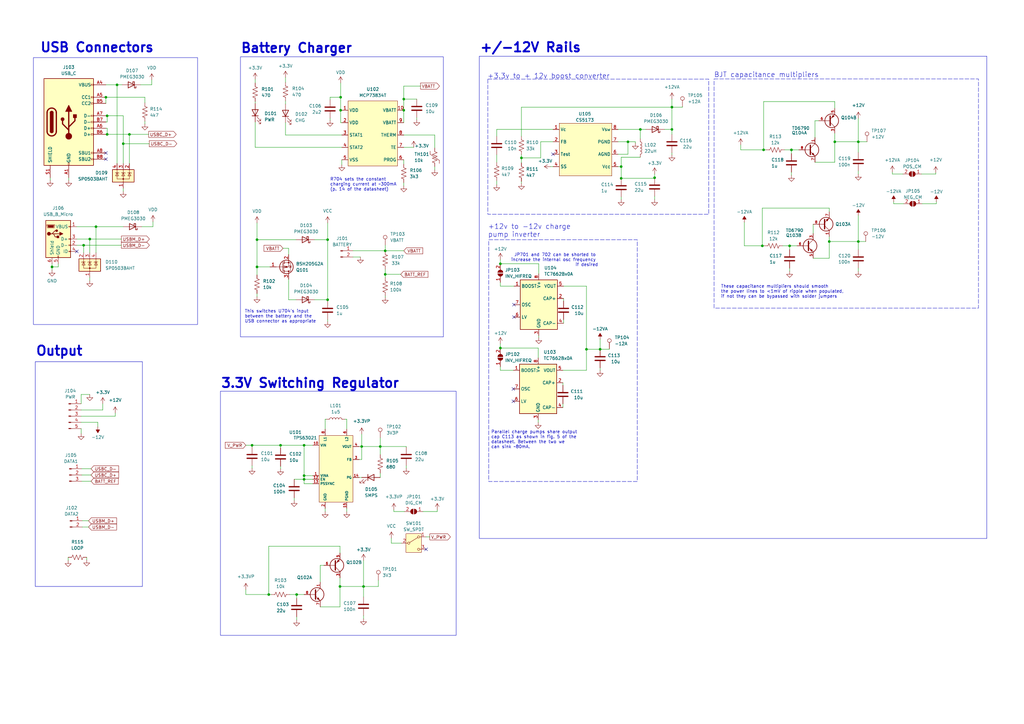
<source format=kicad_sch>
(kicad_sch (version 20231120) (generator "eeschema") (generator_version "8.0")
  (paper "A3")
  (junction (at 121.666 243.84))
  (junction (at 342.392 58.166))
  (junction (at 50.546 58.928))
  (junction (at 34.29 100.584))
  (junction (at 43.942 55.118))
  (junction (at 313.182 61.468))
  (junction (at 103.378 182.626))
  (junction (at 165.608 40.64))
  (junction (at 323.85 100.838))
  (junction (at 157.988 112.522))
  (junction (at 240.538 143.256))
  (junction (at 324.612 61.468))
  (junction (at 43.434 39.878))
  (junction (at 213.868 64.77))
  (junction (at 48.006 34.798))
  (junction (at 254.762 68.326))
  (junction (at 39.37 92.964))
  (junction (at 149.098 240.538))
  (junction (at 53.086 55.118))
  (junction (at 124.714 195.072))
  (junction (at 205.232 108.204))
  (junction (at 155.956 183.134))
  (junction (at 115.062 182.626))
  (junction (at 246.126 143.256))
  (junction (at 124.714 182.626))
  (junction (at 268.478 72.898))
  (junction (at 148.336 183.134))
  (junction (at 124.714 196.596))
  (junction (at 312.674 100.838))
  (junction (at 134.366 98.298))
  (junction (at 340.106 99.06))
  (junction (at 105.41 109.474))
  (junction (at 205.232 142.748))
  (junction (at 21.336 109.474))
  (junction (at 275.59 53.086))
  (junction (at 257.556 58.166))
  (junction (at 134.366 122.936))
  (junction (at 110.236 243.84))
  (junction (at 262.636 53.086))
  (junction (at 139.446 240.538))
  (junction (at 165.608 45.212))
  (junction (at 275.59 43.942))
  (junction (at 157.988 102.87))
  (junction (at 36.83 98.044))
  (junction (at 139.7 45.212))
  (junction (at 254.762 73.152))
  (junction (at 139.7 39.878))
  (junction (at 352.044 58.166))
  (junction (at 105.41 98.298))
  (junction (at 43.942 47.498))
  (junction (at 352.044 99.06))
  (no_connect (at 210.82 130.048))
  (no_connect (at 43.434 62.738))
  (no_connect (at 43.434 65.278))
  (no_connect (at 210.82 124.968))
  (no_connect (at 174.752 225.298))
  (no_connect (at 31.496 103.124))
  (no_connect (at 226.822 63.246))
  (no_connect (at 210.566 159.512))
  (no_connect (at 210.566 164.592))
  (wire (pts (xy 313.182 41.656) (xy 313.182 61.468)))
  (wire (pts (xy 48.006 34.798) (xy 48.006 67.056)))
  (wire (pts (xy 305.308 100.838) (xy 312.674 100.838)))
  (wire (pts (xy 21.336 109.474) (xy 21.336 110.744)))
  (wire (pts (xy 383.794 71.374) (xy 377.952 71.374)))
  (wire (pts (xy 131.318 231.902) (xy 131.318 238.76)))
  (wire (pts (xy 135.382 48.514) (xy 135.382 49.276)))
  (wire (pts (xy 133.35 171.958) (xy 133.858 171.958)))
  (wire (pts (xy 340.106 99.06) (xy 352.044 99.06)))
  (wire (pts (xy 254.762 73.152) (xy 254.762 68.326)))
  (wire (pts (xy 275.59 43.942) (xy 275.59 53.086)))
  (wire (pts (xy 321.056 100.838) (xy 323.85 100.838)))
  (wire (pts (xy 213.868 43.942) (xy 275.59 43.942)))
  (wire (pts (xy 142.24 208.534) (xy 142.24 209.804)))
  (wire (pts (xy 36.83 113.792) (xy 36.83 115.062)))
  (wire (pts (xy 253.492 53.086) (xy 262.636 53.086)))
  (wire (pts (xy 268.478 71.374) (xy 268.478 72.898)))
  (wire (pts (xy 335.788 49.53) (xy 334.264 49.53)))
  (wire (pts (xy 203.708 63.5) (xy 203.708 66.548)))
  (wire (pts (xy 43.942 47.498) (xy 43.434 47.498)))
  (wire (pts (xy 262.636 53.086) (xy 264.922 53.086)))
  (wire (pts (xy 155.956 194.056) (xy 155.956 195.834)))
  (wire (pts (xy 139.446 224.028) (xy 110.236 224.028)))
  (wire (pts (xy 135.382 40.894) (xy 135.382 39.878)))
  (wire (pts (xy 174.752 220.218) (xy 176.276 220.218)))
  (wire (pts (xy 157.988 102.87) (xy 165.608 102.87)))
  (wire (pts (xy 262.636 64.516) (xy 254.762 64.516)))
  (wire (pts (xy 139.446 248.92) (xy 139.446 240.538)))
  (wire (pts (xy 240.538 151.892) (xy 240.538 143.256)))
  (wire (pts (xy 33.528 194.818) (xy 37.338 194.818)))
  (wire (pts (xy 34.29 100.584) (xy 49.784 100.584)))
  (wire (pts (xy 43.434 39.878) (xy 43.434 42.418)))
  (wire (pts (xy 165.608 40.64) (xy 170.942 40.64)))
  (wire (pts (xy 342.392 66.548) (xy 342.392 58.166)))
  (wire (pts (xy 253.492 68.326) (xy 254.762 68.326)))
  (wire (pts (xy 53.086 67.056) (xy 53.086 55.118)))
  (wire (pts (xy 366.522 83.566) (xy 370.586 83.566)))
  (wire (pts (xy 35.56 228.6) (xy 35.56 229.616)))
  (wire (pts (xy 120.65 204.216) (xy 120.65 205.232)))
  (wire (pts (xy 117.094 31.75) (xy 117.094 33.782)))
  (wire (pts (xy 303.784 59.436) (xy 303.784 61.468)))
  (wire (pts (xy 118.364 114.554) (xy 118.364 122.936)))
  (wire (pts (xy 104.648 50.038) (xy 104.648 60.452)))
  (wire (pts (xy 205.232 150.368) (xy 205.232 151.892)))
  (wire (pts (xy 43.942 55.118) (xy 43.434 55.118)))
  (wire (pts (xy 157.988 121.412) (xy 157.988 121.92)))
  (wire (pts (xy 148.336 178.054) (xy 148.336 183.134)))
  (wire (pts (xy 134.366 131.064) (xy 134.366 131.826)))
  (wire (pts (xy 178.308 68.326) (xy 178.308 69.596)))
  (wire (pts (xy 141.478 171.958) (xy 142.24 171.958)))
  (wire (pts (xy 324.612 70.612) (xy 324.612 71.882)))
  (wire (pts (xy 342.392 41.656) (xy 313.182 41.656)))
  (wire (pts (xy 230.886 156.972) (xy 230.886 157.988)))
  (wire (pts (xy 279.908 43.942) (xy 275.59 43.942)))
  (wire (pts (xy 161.544 209.804) (xy 165.862 209.804)))
  (wire (pts (xy 36.83 98.044) (xy 49.784 98.044)))
  (wire (pts (xy 144.78 105.41) (xy 147.828 105.41)))
  (wire (pts (xy 28.194 72.898) (xy 28.194 73.914)))
  (wire (pts (xy 139.446 240.538) (xy 139.446 236.982)))
  (wire (pts (xy 220.726 172.212) (xy 220.726 173.228)))
  (wire (pts (xy 155.956 183.134) (xy 148.336 183.134)))
  (wire (pts (xy 100.838 243.84) (xy 110.236 243.84)))
  (wire (pts (xy 383.794 70.866) (xy 383.794 71.374)))
  (wire (pts (xy 231.14 122.428) (xy 231.14 123.444)))
  (wire (pts (xy 160.528 222.758) (xy 160.528 220.726)))
  (wire (pts (xy 226.822 58.166) (xy 221.742 58.166)))
  (wire (pts (xy 50.546 58.928) (xy 50.546 47.498)))
  (wire (pts (xy 165.608 74.93) (xy 165.608 76.2)))
  (wire (pts (xy 275.59 40.64) (xy 275.59 43.942)))
  (wire (pts (xy 305.308 91.186) (xy 305.308 100.838)))
  (wire (pts (xy 155.194 237.998) (xy 155.194 240.538)))
  (wire (pts (xy 170.942 48.26) (xy 170.942 49.022)))
  (wire (pts (xy 118.364 101.854) (xy 118.364 104.394)))
  (wire (pts (xy 312.674 100.838) (xy 313.436 100.838)))
  (wire (pts (xy 105.41 98.298) (xy 121.412 98.298)))
  (wire (pts (xy 313.182 61.468) (xy 314.198 61.468)))
  (wire (pts (xy 59.436 42.164) (xy 59.436 39.878)))
  (wire (pts (xy 53.086 55.118) (xy 43.942 55.118)))
  (wire (pts (xy 31.496 100.584) (xy 34.29 100.584)))
  (wire (pts (xy 43.434 34.798) (xy 48.006 34.798)))
  (wire (pts (xy 31.496 98.044) (xy 36.83 98.044)))
  (wire (pts (xy 131.318 248.92) (xy 139.446 248.92)))
  (wire (pts (xy 33.274 165.608) (xy 33.274 161.798)))
  (wire (pts (xy 230.886 151.892) (xy 240.538 151.892)))
  (wire (pts (xy 279.908 43.688) (xy 279.908 43.942)))
  (wire (pts (xy 139.446 240.538) (xy 149.098 240.538)))
  (wire (pts (xy 257.556 58.166) (xy 257.556 63.246)))
  (wire (pts (xy 43.942 47.498) (xy 43.942 50.038)))
  (wire (pts (xy 42.164 168.148) (xy 42.164 165.608)))
  (wire (pts (xy 205.232 117.348) (xy 210.82 117.348)))
  (wire (pts (xy 59.436 49.784) (xy 59.436 50.8)))
  (wire (pts (xy 134.366 122.936) (xy 129.032 122.936)))
  (wire (pts (xy 116.078 101.854) (xy 118.364 101.854)))
  (wire (pts (xy 105.41 91.44) (xy 105.41 98.298)))
  (wire (pts (xy 340.106 105.918) (xy 340.106 99.06)))
  (wire (pts (xy 231.14 131.064) (xy 231.14 132.588)))
  (wire (pts (xy 220.726 142.748) (xy 220.726 146.812)))
  (wire (pts (xy 105.41 120.396) (xy 105.41 121.666)))
  (wire (pts (xy 352.044 99.06) (xy 355.092 99.06)))
  (wire (pts (xy 253.492 58.166) (xy 257.556 58.166)))
  (wire (pts (xy 20.574 72.898) (xy 20.574 73.914)))
  (wire (pts (xy 342.392 44.45) (xy 342.392 41.656)))
  (wire (pts (xy 33.782 216.154) (xy 36.322 216.154)))
  (wire (pts (xy 165.608 65.532) (xy 165.608 67.31)))
  (wire (pts (xy 134.366 91.44) (xy 134.366 98.298)))
  (wire (pts (xy 148.336 188.468) (xy 148.336 183.134)))
  (wire (pts (xy 149.098 229.87) (xy 149.098 240.538)))
  (wire (pts (xy 321.818 61.468) (xy 324.612 61.468)))
  (wire (pts (xy 147.32 183.134) (xy 148.336 183.134)))
  (wire (pts (xy 203.708 55.88) (xy 203.708 53.086)))
  (wire (pts (xy 205.232 108.204) (xy 220.98 108.204)))
  (wire (pts (xy 147.32 195.834) (xy 148.336 195.834)))
  (wire (pts (xy 147.32 188.468) (xy 148.336 188.468)))
  (wire (pts (xy 323.85 100.838) (xy 326.898 100.838)))
  (wire (pts (xy 124.714 182.626) (xy 124.714 195.072)))
  (wire (pts (xy 120.65 196.596) (xy 124.714 196.596)))
  (wire (pts (xy 340.106 86.868) (xy 340.106 85.344)))
  (wire (pts (xy 384.048 83.566) (xy 378.206 83.566)))
  (wire (pts (xy 133.35 208.534) (xy 133.35 209.804)))
  (wire (pts (xy 43.942 50.038) (xy 43.434 50.038)))
  (wire (pts (xy 155.194 240.538) (xy 149.098 240.538)))
  (wire (pts (xy 230.886 165.608) (xy 230.886 167.132)))
  (wire (pts (xy 272.542 53.086) (xy 275.59 53.086)))
  (wire (pts (xy 179.324 209.804) (xy 173.482 209.804)))
  (wire (pts (xy 118.872 243.84) (xy 121.666 243.84)))
  (wire (pts (xy 39.37 92.964) (xy 39.37 103.632)))
  (wire (pts (xy 352.044 70.104) (xy 352.044 71.374)))
  (wire (pts (xy 323.85 109.982) (xy 323.85 111.252)))
  (wire (pts (xy 124.714 195.072) (xy 128.27 195.072)))
  (wire (pts (xy 139.446 226.822) (xy 139.446 224.028)))
  (wire (pts (xy 33.528 192.278) (xy 37.338 192.278)))
  (wire (pts (xy 104.648 32.512) (xy 104.648 34.036)))
  (wire (pts (xy 260.604 58.674) (xy 260.604 58.166)))
  (wire (pts (xy 342.392 58.166) (xy 352.044 58.166)))
  (wire (pts (xy 262.636 53.086) (xy 262.636 56.896)))
  (wire (pts (xy 249.936 143.002) (xy 249.936 143.256)))
  (wire (pts (xy 165.608 40.64) (xy 165.608 45.212)))
  (wire (pts (xy 355.6 58.166) (xy 352.044 58.166)))
  (wire (pts (xy 220.98 137.668) (xy 220.98 138.43)))
  (wire (pts (xy 213.868 74.422) (xy 213.868 75.184)))
  (wire (pts (xy 59.436 39.878) (xy 43.434 39.878)))
  (wire (pts (xy 268.478 72.898) (xy 268.478 73.152)))
  (wire (pts (xy 166.624 183.134) (xy 155.956 183.134)))
  (wire (pts (xy 157.988 112.522) (xy 157.988 113.792)))
  (wire (pts (xy 100.838 241.808) (xy 100.838 243.84)))
  (wire (pts (xy 249.936 143.256) (xy 246.126 143.256)))
  (wire (pts (xy 57.658 34.798) (xy 62.23 34.798)))
  (wire (pts (xy 43.942 52.578) (xy 43.434 52.578)))
  (wire (pts (xy 225.806 68.326) (xy 226.822 68.326)))
  (wire (pts (xy 213.868 64.77) (xy 213.868 66.802)))
  (wire (pts (xy 213.868 63.5) (xy 213.868 64.77)))
  (wire (pts (xy 149.098 252.476) (xy 149.098 253.746)))
  (wire (pts (xy 104.648 60.452) (xy 140.208 60.452)))
  (wire (pts (xy 124.714 195.072) (xy 124.714 196.596)))
  (wire (pts (xy 165.608 45.212) (xy 165.608 50.292)))
  (wire (pts (xy 103.378 182.626) (xy 103.378 183.388)))
  (wire (pts (xy 205.232 106.426) (xy 205.232 108.204)))
  (wire (pts (xy 117.094 50.292) (xy 117.094 55.372)))
  (wire (pts (xy 133.35 171.958) (xy 133.35 176.022)))
  (wire (pts (xy 47.244 170.688) (xy 47.244 169.418)))
  (wire (pts (xy 205.232 115.824) (xy 205.232 117.348)))
  (wire (pts (xy 352.044 109.982) (xy 352.044 111.252)))
  (wire (pts (xy 178.308 55.372) (xy 178.308 60.706)))
  (wire (pts (xy 149.098 240.538) (xy 149.098 244.856)))
  (wire (pts (xy 110.744 109.474) (xy 105.41 109.474)))
  (wire (pts (xy 157.988 112.522) (xy 164.338 112.522)))
  (wire (pts (xy 60.96 55.118) (xy 53.086 55.118)))
  (wire (pts (xy 58.166 92.964) (xy 62.738 92.964)))
  (wire (pts (xy 324.612 61.468) (xy 324.612 62.992)))
  (wire (pts (xy 157.988 100.584) (xy 157.988 102.87)))
  (wire (pts (xy 43.942 52.578) (xy 43.942 55.118)))
  (wire (pts (xy 103.378 191.008) (xy 103.378 192.024)))
  (wire (pts (xy 324.612 61.468) (xy 327.66 61.468)))
  (wire (pts (xy 144.78 102.87) (xy 157.988 102.87)))
  (wire (pts (xy 257.556 63.246) (xy 253.492 63.246)))
  (wire (pts (xy 213.868 64.77) (xy 221.742 64.77)))
  (wire (pts (xy 342.392 58.166) (xy 342.392 54.61)))
  (wire (pts (xy 50.546 58.928) (xy 61.214 58.928)))
  (wire (pts (xy 165.608 60.452) (xy 169.672 60.452)))
  (wire (pts (xy 117.094 41.402) (xy 117.094 42.672)))
  (wire (pts (xy 334.264 66.548) (xy 342.392 66.548)))
  (wire (pts (xy 254.762 73.152) (xy 268.478 73.152)))
  (wire (pts (xy 246.126 139.192) (xy 246.126 143.256)))
  (wire (pts (xy 334.264 49.53) (xy 334.264 56.388)))
  (wire (pts (xy 124.714 182.626) (xy 128.27 182.626)))
  (wire (pts (xy 384.048 82.804) (xy 384.048 83.566)))
  (wire (pts (xy 124.714 196.596) (xy 128.27 196.596)))
  (wire (pts (xy 118.364 122.936) (xy 121.412 122.936)))
  (wire (pts (xy 104.648 41.656) (xy 104.648 42.418)))
  (wire (pts (xy 340.106 99.06) (xy 340.106 97.028)))
  (wire (pts (xy 172.466 35.306) (xy 165.608 35.306)))
  (wire (pts (xy 121.666 243.84) (xy 121.666 245.364)))
  (wire (pts (xy 161.544 209.042) (xy 161.544 209.804)))
  (wire (pts (xy 128.27 198.374) (xy 124.714 198.374)))
  (wire (pts (xy 166.624 183.388) (xy 166.624 183.134)))
  (wire (pts (xy 117.094 55.372) (xy 140.208 55.372)))
  (wire (pts (xy 134.366 98.298) (xy 134.366 122.936)))
  (wire (pts (xy 105.41 109.474) (xy 105.41 112.776)))
  (wire (pts (xy 221.742 58.166) (xy 221.742 64.77)))
  (wire (pts (xy 254.762 80.772) (xy 254.762 81.788)))
  (wire (pts (xy 164.592 222.758) (xy 160.528 222.758)))
  (wire (pts (xy 139.7 50.292) (xy 140.208 50.292)))
  (wire (pts (xy 260.604 58.166) (xy 257.556 58.166)))
  (wire (pts (xy 312.674 85.344) (xy 312.674 100.838)))
  (wire (pts (xy 115.062 182.626) (xy 115.062 183.642)))
  (wire (pts (xy 135.382 39.878) (xy 139.7 39.878)))
  (wire (pts (xy 34.29 100.584) (xy 34.29 103.632)))
  (wire (pts (xy 124.714 182.626) (xy 115.062 182.626)))
  (wire (pts (xy 303.784 61.468) (xy 313.182 61.468)))
  (wire (pts (xy 254.762 64.516) (xy 254.762 68.326)))
  (wire (pts (xy 205.232 142.748) (xy 220.726 142.748)))
  (wire (pts (xy 140.208 65.532) (xy 140.208 67.564)))
  (wire (pts (xy 36.83 98.044) (xy 36.83 103.632)))
  (wire (pts (xy 50.546 67.056) (xy 50.546 58.928)))
  (wire (pts (xy 240.538 117.348) (xy 240.538 143.256)))
  (wire (pts (xy 31.496 92.964) (xy 39.37 92.964)))
  (wire (pts (xy 134.366 122.936) (xy 134.366 123.444)))
  (wire (pts (xy 33.274 175.768) (xy 33.274 177.8)))
  (wire (pts (xy 48.006 34.798) (xy 50.038 34.798)))
  (wire (pts (xy 165.608 35.306) (xy 165.608 40.64)))
  (wire (pts (xy 139.7 34.036) (xy 139.7 39.878)))
  (wire (pts (xy 50.546 47.498) (xy 43.942 47.498)))
  (wire (pts (xy 366.014 71.374) (xy 370.332 71.374)))
  (wire (pts (xy 62.23 34.798) (xy 62.23 32.766)))
  (wire (pts (xy 157.988 110.49) (xy 157.988 112.522)))
  (wire (pts (xy 139.7 45.212) (xy 139.7 50.292)))
  (wire (pts (xy 275.59 62.738) (xy 275.59 63.5)))
  (wire (pts (xy 33.274 170.688) (xy 47.244 170.688)))
  (wire (pts (xy 231.14 117.348) (xy 240.538 117.348)))
  (wire (pts (xy 21.336 109.474) (xy 23.876 109.474)))
  (wire (pts (xy 352.044 99.06) (xy 352.044 102.362)))
  (wire (pts (xy 205.232 140.97) (xy 205.232 142.748)))
  (wire (pts (xy 124.714 198.374) (xy 124.714 196.596)))
  (wire (pts (xy 366.522 82.804) (xy 366.522 83.566)))
  (wire (pts (xy 333.502 105.918) (xy 340.106 105.918)))
  (wire (pts (xy 33.274 161.798) (xy 36.83 161.798)))
  (wire (pts (xy 105.41 98.298) (xy 105.41 109.474)))
  (wire (pts (xy 165.608 55.372) (xy 178.308 55.372)))
  (wire (pts (xy 352.044 48.514) (xy 352.044 58.166)))
  (wire (pts (xy 323.85 100.838) (xy 323.85 102.362)))
  (wire (pts (xy 142.24 171.958) (xy 142.24 176.022)))
  (wire (pts (xy 139.7 45.212) (xy 140.208 45.212)))
  (wire (pts (xy 220.98 108.204) (xy 220.98 112.268)))
  (wire (pts (xy 110.236 243.84) (xy 111.252 243.84)))
  (wire (pts (xy 115.062 191.262) (xy 115.062 192.278)))
  (wire (pts (xy 33.274 168.148) (xy 42.164 168.148)))
  (wire (pts (xy 155.956 179.578) (xy 155.956 183.134)))
  (wire (pts (xy 33.782 213.614) (xy 36.322 213.614)))
  (wire (pts (xy 100.838 182.626) (xy 103.378 182.626)))
  (wire (pts (xy 203.708 53.086) (xy 226.822 53.086)))
  (wire (pts (xy 205.232 151.892) (xy 210.566 151.892)))
  (wire (pts (xy 268.478 80.518) (xy 268.478 81.788)))
  (wire (pts (xy 39.37 92.964) (xy 50.546 92.964)))
  (wire (pts (xy 275.59 53.086) (xy 275.59 55.118)))
  (wire (pts (xy 110.236 224.028) (xy 110.236 243.84)))
  (wire (pts (xy 40.132 173.228) (xy 40.132 175.006)))
  (wire (pts (xy 155.956 186.436) (xy 155.956 183.134)))
  (wire (pts (xy 352.044 58.166) (xy 352.044 62.484)))
  (wire (pts (xy 139.7 39.878) (xy 139.7 45.212)))
  (wire (pts (xy 132.842 231.902) (xy 131.318 231.902)))
  (wire (pts (xy 21.336 108.204) (xy 21.336 109.474)))
  (wire (pts (xy 23.876 108.204) (xy 23.876 109.474)))
  (wire (pts (xy 333.502 95.758) (xy 333.502 91.948)))
  (wire (pts (xy 121.666 243.84) (xy 124.714 243.84)))
  (wire (pts (xy 179.324 209.042) (xy 179.324 209.804)))
  (wire (pts (xy 366.014 70.612) (xy 366.014 71.374)))
  (wire (pts (xy 246.126 150.876) (xy 246.126 151.892)))
  (wire (pts (xy 166.624 191.008) (xy 166.624 192.024)))
  (wire (pts (xy 129.032 98.298) (xy 134.366 98.298)))
  (wire (pts (xy 33.274 173.228) (xy 40.132 173.228)))
  (wire (pts (xy 352.044 88.392) (xy 352.044 99.06)))
  (wire (pts (xy 203.708 74.168) (xy 203.708 75.692)))
  (wire (pts (xy 50.546 77.216) (xy 50.546 78.486)))
  (wire (pts (xy 103.378 182.626) (xy 115.062 182.626)))
  (wire (pts (xy 213.868 55.88) (xy 213.868 43.942)))
  (wire (pts (xy 340.106 85.344) (xy 312.674 85.344)))
  (wire (pts (xy 121.666 252.984) (xy 121.666 254.254)))
  (wire (pts (xy 33.528 197.358) (xy 37.338 197.358)))
  (wire (pts (xy 27.94 228.6) (xy 27.94 229.87)))
  (wire (pts (xy 240.538 143.256) (xy 246.126 143.256)))
  (wire (pts (xy 62.738 92.964) (xy 62.738 90.932)))
  (rectangle (start 196.596 23.0378) (end 404.749 220.853))
  (rectangle (start 200.1012 32.4358) (end 290.703 87.884) (stroke (width 0) (type dash)))
  (rectangle (start 200.4822 98.3488) (end 261.366 197.485) (stroke (width 0) (type dash)))
  (rectangle (start 13.716 23.622) (end 81.026 133.096))
  (rectangle (start 14.478 148.336) (end 58.42 240.538))
  (rectangle (start 98.6282 23.3172) (end 181.864 138.176))
  (rectangle (start 292.862 32.385) (end 401.32 126.365) (stroke (width 0) (type dash)))
  (rectangle (start 90.424 160.4264) (end 187.071 260.604))
  (text "These capacitance multipliers should smooth \nthe power lines to <1mV of ripple when populated, \nif not they can be bypassed with solder jumpers" (at 295.656 122.428 0) (effects (font (size 1.27 1.27)) (justify left bottom)))
  (text "3.3V Switching Regulator" (at 90.424 159.512 0) (effects (font (size 3.81 3.81) (thickness 0.762) (bold yes)) (justify left bottom)))
  (text "This switches U704's input\nbetween the battery and the \nUSB connector as appropriate" (at 100.33 132.588 0) (effects (font (size 1.27 1.27)) (justify left bottom)))
  (text "R704 sets the constant\ncharging current at ~300mA\n(p. 14 of the datasheet)" (at 135.382 78.486 0) (effects (font (size 1.27 1.27)) (justify left bottom)))
  (text "Output" (at 14.478 146.304 0) (effects (font (size 3.81 3.81) (thickness 0.762) (bold yes)) (justify left bottom)))
  (text "Battery Charger" (at 98.552 22.098 0) (effects (font (size 3.81 3.81) (thickness 0.762) (bold yes)) (justify left bottom)))
  (text "BJT capacitance multipliers" (at 292.862 32.004 0) (effects (font (size 2.032 2.032)) (justify left bottom)))
  (text "USB Connectors" (at 16.256 21.844 0) (effects (font (size 3.81 3.81) (thickness 0.762) (bold yes)) (justify left bottom)))
  (text "+12v to -12v charge \npump inverter" (at 200.152 97.536 0) (effects (font (size 2.032 2.032)) (justify left bottom)))
  (text "Parallel charge pumps share output\ncap C113 as shown in fig. 5 of the \ndatasheet. Between the two we \ncan sink ~80mA." (at 201.422 184.15 0) (effects (font (size 1.27 1.27)) (justify left bottom)))
  (text "+3.3v to + 12v boost converter" (at 199.898 32.512 0) (effects (font (size 2.032 2.032)) (justify left bottom)))
  (text "JP701 and 702 can be shorted to \nincrease the internal osc frequency \nif desired" (at 245.364 109.474 0) (effects (font (size 1.27 1.27)) (justify right bottom)))
  (text "+/-12V Rails" (at 196.596 21.844 0) (effects (font (size 3.81 3.81) (thickness 0.762) (bold yes)) (justify left bottom)))
  (global_label "V_PWR" (shape input) (at 100.838 182.626 180) (property "Intersheetrefs" "${INTERSHEET_REFS}" (effects (hide yes))))
  (global_label "VBATT" (shape output) (at 172.466 35.306 0) (property "Intersheetrefs" "${INTERSHEET_REFS}" (effects (hide yes))))
  (global_label "VBATT" (shape input) (at 116.078 101.854 180) (property "Intersheetrefs" "${INTERSHEET_REFS}" (effects (hide yes))))
  (global_label "USBC_D-" (shape input) (at 37.338 192.278 0) (property "Intersheetrefs" "${INTERSHEET_REFS}" (effects (hide yes))))
  (global_label "BATT_REF" (shape input) (at 164.338 112.522 0) (property "Intersheetrefs" "${INTERSHEET_REFS}" (effects (hide yes))))
  (global_label "V_PWR" (shape output) (at 176.276 220.218 0) (property "Intersheetrefs" "${INTERSHEET_REFS}" (effects (hide yes))))
  (global_label "USBM_D+" (shape output) (at 49.784 98.044 0) (property "Intersheetrefs" "${INTERSHEET_REFS}" (effects (hide yes))))
  (global_label "USBM_D-" (shape input) (at 36.322 216.154 0) (property "Intersheetrefs" "${INTERSHEET_REFS}" (effects (hide yes))))
  (global_label "BATT_REF" (shape input) (at 37.338 197.358 0) (property "Intersheetrefs" "${INTERSHEET_REFS}" (effects (hide yes))))
  (global_label "USBC_D+" (shape input) (at 37.338 194.818 0) (property "Intersheetrefs" "${INTERSHEET_REFS}" (effects (hide yes))))
  (global_label "VBATT" (shape input) (at 165.608 102.87 0) (property "Intersheetrefs" "${INTERSHEET_REFS}" (effects (hide yes))))
  (global_label "USBC_D+" (shape output) (at 60.96 55.118 0) (property "Intersheetrefs" "${INTERSHEET_REFS}" (effects (hide yes))))
  (global_label "USBM_D+" (shape input) (at 36.322 213.614 0) (property "Intersheetrefs" "${INTERSHEET_REFS}" (effects (hide yes))))
  (global_label "USBC_D-" (shape output) (at 61.214 58.928 0) (property "Intersheetrefs" "${INTERSHEET_REFS}" (effects (hide yes))))
  (global_label "USBM_D-" (shape output) (at 49.784 100.584 0) (property "Intersheetrefs" "${INTERSHEET_REFS}" (effects (hide yes))))
  (symbol (lib_id "power:GND") (at 166.624 192.024 0) (unit 1)
    (property "Reference" "#PWR0122" (effects (hide yes)))
    (property "Value" "GND" (effects (hide yes)))
  )
  (symbol (lib_id "power:+3.3V") (at 268.478 71.374 0) (unit 1)
    (property "Reference" "#PWR0141" (effects (hide yes)))
    (property "Value" "+3.3V" (at 268.478 66.929 0))
  )
  (symbol (lib_id "power:GND") (at 246.126 151.892 0) (mirror y) (unit 1)
    (property "Reference" "#PWR0138" (effects (hide yes)))
    (property "Value" "GND" (effects (hide yes)))
  )
  (symbol (lib_id "Regulator_Switching:TPS63021") (at 140.97 192.024 0) (unit 1)
    (property "Reference" "U101" (at 121.158 177.292 0))
    (property "Value" "TPS63021" (at 125.222 179.578 0))
    (property "Footprint" "Package_SON:Texas_S-PVSON-N14" (effects (hide yes)))
  )
  (symbol (lib_id "power:+3.3V") (at 169.672 60.452 0) (unit 1)
    (property "Reference" "#PWR0123" (effects (hide yes)))
    (property "Value" "+3.3V" (at 172.974 59.817 0))
  )
  (symbol (lib_id "Device:L") (at 262.636 60.706 0) (unit 1)
    (property "Reference" "L102" (at 264.287 59.436 0) (effects (justify left)))
    (property "Value" "22uH" (at 264.287 61.976 0) (effects (justify left)))
    (property "Footprint" "Inductor_SMD:L_Changjiang_FNR4010S" (effects (hide yes)))
  )
  (symbol (lib_id "Battery_Management:MCP73834T") (at 157.988 61.722 0) (unit 1)
    (property "Reference" "U102" (at 152.908 36.576 0))
    (property "Value" "MCP73834T" (at 152.908 39.116 0))
    (property "Footprint" "Package_SO:MSOP-10_3x3mm_P0.5mm" (effects (hide yes)))
  )
  (symbol (lib_id "Device:R_US") (at 157.988 117.602 0) (unit 1)
    (property "Reference" "R108" (at 159.893 116.332 0) (effects (justify left)))
    (property "Value" "100k" (at 159.893 118.872 0) (effects (justify left)))
    (property "Footprint" "Resistor_SMD:R_0805_2012Metric" (effects (hide yes)))
  )
  (symbol (lib_id "power:GND") (at 260.604 58.674 0) (unit 1)
    (property "Reference" "#PWR0140" (effects (hide yes)))
    (property "Value" "GND" (effects (hide yes)))
  )
  (symbol (lib_id "power:GND") (at 268.478 81.788 0) (mirror y) (unit 1)
    (property "Reference" "#PWR0142" (effects (hide yes)))
    (property "Value" "GND" (effects (hide yes)))
  )
  (symbol (lib_id "Device:R_US") (at 317.246 100.838 90) (unit 1)
    (property "Reference" "R112" (at 317.246 95.377 90))
    (property "Value" "12k" (at 317.246 97.917 90))
    (property "Footprint" "Resistor_SMD:R_0805_2012Metric" (effects (hide yes)))
  )
  (symbol (lib_id "power:+3.3V") (at 225.806 68.326 90) (unit 1)
    (property "Reference" "#PWR0136" (effects (hide yes)))
    (property "Value" "+3.3V" (at 226.568 66.04 90) (effects (justify left)))
  )
  (symbol (lib_id "Device:C") (at 103.378 187.198 0) (mirror y) (unit 1)
    (property "Reference" "C101" (at 106.934 185.928 0) (effects (justify right)))
    (property "Value" "10u" (at 106.934 188.468 0) (effects (justify right)))
    (property "Footprint" "Capacitor_SMD:C_0805_2012Metric" (effects (hide yes)))
  )
  (symbol (lib_id "power:GND") (at 36.83 115.062 0) (unit 1)
    (property "Reference" "#PWR0171" (effects (hide yes)))
    (property "Value" "GND" (effects (hide yes)))
  )
  (symbol (lib_id "Device:R_US") (at 59.436 45.974 0) (unit 1)
    (property "Reference" "R114" (at 61.468 44.704 0) (effects (justify left)))
    (property "Value" "4k7" (at 61.468 47.244 0) (effects (justify left)))
    (property "Footprint" "Resistor_SMD:R_0805_2012Metric" (effects (hide yes)))
  )
  (symbol (lib_id "Switch:SW_SPDT") (at 169.672 222.758 0) (unit 1)
    (property "Reference" "SW101" (at 169.672 214.63 0))
    (property "Value" "SW_SPDT" (at 169.672 217.17 0))
    (property "Footprint" "Button_Switch_THT:SW_NKK_B12JH_SPDT" (effects (hide yes)))
    (property "Description" "Switch, single pole double throw" (effects (hide yes)))
  )
  (symbol (lib_id "Transistor_BJT:TD6790") (at 332.232 100.838 0) (unit 2)
    (property "Reference" "Q103" (at 322.326 96.52 0) (effects (justify left)))
    (property "Value" "TD6790" (at 325.882 94.488 0))
    (property "Footprint" "PCM_4ms_Package_SOIC:SM-8" (effects (hide yes)))
  )
  (symbol (lib_id "power:+3.3VP") (at 161.544 209.042 0) (unit 1)
    (property "Reference" "#PWR0125" (effects (hide yes)))
    (property "Value" "+3.3VP" (at 161.544 203.708 0))
  )
  (symbol (lib_id "Connector:TestPoint") (at 355.092 99.06 0) (unit 1)
    (property "Reference" "TP106" (at 357.378 94.488 0) (effects (justify left)))
    (property "Value" "-12V" (at 357.378 97.028 0) (effects (justify left)))
    (property "Footprint" "TestPoint:TestPoint_Pad_D1.0mm_Value" (effects (hide yes)))
  )
  (symbol (lib_id "power:GND") (at 20.574 73.914 0) (mirror y) (unit 1)
    (property "Reference" "#PWR0157" (effects (hide yes)))
    (property "Value" "GND" (effects (hide yes)))
  )
  (symbol (lib_id "power:GND") (at 147.828 105.41 0) (unit 1)
    (property "Reference" "#PWR0121" (effects (hide yes)))
    (property "Value" "GND" (effects (hide yes)))
  )
  (symbol (lib_id "power:GND") (at 157.988 121.92 0) (unit 1)
    (property "Reference" "#PWR0126" (effects (hide yes)))
    (property "Value" "GND" (effects (hide yes)))
  )
  (symbol (lib_id "power:-12V") (at 384.048 82.804 0) (unit 1)
    (property "Reference" "#PWR0156" (effects (hide yes)))
    (property "Value" "-12V" (at 384.048 78.613 0))
  )
  (symbol (lib_id "Device:R_US") (at 105.41 116.586 0) (unit 1)
    (property "Reference" "R102" (at 107.823 115.316 0) (effects (justify left)))
    (property "Value" "10k" (at 107.823 117.856 0) (effects (justify left)))
    (property "Footprint" "Resistor_SMD:R_0805_2012Metric" (effects (hide yes)))
  )
  (symbol (lib_id "power:GND") (at 35.56 229.616 0) (mirror y) (unit 1)
    (property "Reference" "#PWR0169" (effects (hide yes)))
    (property "Value" "GND" (effects (hide yes)))
  )
  (symbol (lib_id "Jumper:SolderJumper_2_Open") (at 205.232 112.014 90) (unit 1)
    (property "Reference" "JP103" (at 207.137 110.744 90) (effects (justify right)))
    (property "Value" "INV_HIFREQ" (at 207.137 113.284 90) (effects (justify right)))
    (property "Footprint" "Jumper:SolderJumper-2_Open_TrianglePad_0805" (effects (hide yes)))
  )
  (symbol (lib_id "power:+3.3VP") (at 148.336 178.054 0) (unit 1)
    (property "Reference" "#PWR0117" (effects (hide yes)))
    (property "Value" "+3.3VP" (at 148.336 172.72 0))
  )
  (symbol (lib_id "power:+12VA") (at 275.59 40.64 0) (unit 1)
    (property "Reference" "#PWR0143" (effects (hide yes)))
    (property "Value" "+12VA" (at 275.59 35.687 0))
  )
  (symbol (lib_id "Jumper:SolderJumper_2_Open") (at 374.142 71.374 180) (unit 1)
    (property "Reference" "JP104" (at 374.142 65.786 0))
    (property "Value" "POS_CM" (at 374.142 68.326 0))
    (property "Footprint" "Jumper:SolderJumper-2_Open_TrianglePad_0805" (effects (hide yes)))
  )
  (symbol (lib_id "Device:LED") (at 152.146 195.834 0) (unit 1)
    (property "Reference" "D105" (at 152.273 200.66 0))
    (property "Value" "SMPS" (at 152.273 203.2 0))
    (property "Footprint" "LED_THT:LED_D3.0mm" (effects (hide yes)))
  )
  (symbol (lib_id "power:-12V") (at 352.044 88.392 0) (unit 1)
    (property "Reference" "#PWR0151" (effects (hide yes)))
    (property "Value" "-12V" (at 352.044 84.201 0))
  )
  (symbol (lib_id "power:GND") (at 28.194 73.914 0) (mirror y) (unit 1)
    (property "Reference" "#PWR0158" (effects (hide yes)))
    (property "Value" "GND" (effects (hide yes)))
  )
  (symbol (lib_id "power:VDD") (at 62.23 32.766 0) (unit 1)
    (property "Reference" "#PWR0160" (effects (hide yes)))
    (property "Value" "VDD" (at 62.23 27.813 0))
  )
  (symbol (lib_id "Connector:USB_B_Micro") (at 23.876 98.044 0) (unit 1)
    (property "Reference" "J106" (at 23.876 85.344 0))
    (property "Value" "USB_B_Micro" (at 23.876 87.884 0))
    (property "Footprint" "Connector_USB:USB_Micro-B_Amphenol_10118193-0001LF_Horizontal" (effects (hide yes)))
  )
  (symbol (lib_id "power:GND") (at 133.35 209.804 0) (unit 1)
    (property "Reference" "#PWR0113" (effects (hide yes)))
    (property "Value" "GND" (effects (hide yes)))
  )
  (symbol (lib_id "power:+3.3V") (at 42.164 165.608 0) (unit 1)
    (property "Reference" "#PWR0163" (effects (hide yes)))
    (property "Value" "+3.3V" (at 42.164 160.909 0))
  )
  (symbol (lib_id "power:+3.3V") (at 104.648 32.512 0) (unit 1)
    (property "Reference" "#PWR0102" (effects (hide yes)))
    (property "Value" "+3.3V" (at 104.648 27.813 0))
  )
  (symbol (lib_id "PCM_4ms_Power-symbol:+12V") (at 205.232 140.97 0) (unit 1)
    (property "Reference" "#PWR0131" (effects (hide yes)))
    (property "Value" "+12V" (at 205.232 136.652 0))
  )
  (symbol (lib_id "Device:R_US") (at 104.648 37.846 0) (unit 1)
    (property "Reference" "R101" (at 107.188 36.576 0) (effects (justify left)))
    (property "Value" "470" (at 107.188 39.116 0) (effects (justify left)))
    (property "Footprint" "Resistor_SMD:R_0805_2012Metric" (effects (hide yes)))
  )
  (symbol (lib_id "Device:C") (at 231.14 127.254 0) (mirror y) (unit 1)
    (property "Reference" "C112" (at 239.395 125.984 0) (effects (justify left)))
    (property "Value" "10u" (at 239.395 128.524 0) (effects (justify left)))
    (property "Footprint" "Capacitor_SMD:C_0805_2012Metric" (effects (hide yes)))
  )
  (symbol (lib_id "Device:R_US") (at 155.956 190.246 0) (unit 1)
    (property "Reference" "R105" (at 158.369 188.976 0) (effects (justify left)))
    (property "Value" "680" (at 158.369 191.516 0) (effects (justify left)))
    (property "Footprint" "Resistor_SMD:R_0805_2012Metric" (effects (hide yes)))
  )
  (symbol (lib_id "Connector:Conn_01x02_Pin") (at 28.702 213.614 0) (unit 1)
    (property "Reference" "J102" (at 29.337 208.28 0))
    (property "Value" "DATA2" (at 29.337 210.82 0))
    (property "Footprint" "Connector_PinHeader_2.54mm:PinHeader_1x02_P2.54mm_Vertical" (effects (hide yes)))
    (property "Description" "Generic connector, single row, 01x02, script generated" (effects (hide yes)))
  )
  (symbol (lib_id "Jumper:SolderJumper_2_Open") (at 205.232 146.558 90) (unit 1)
    (property "Reference" "JP102" (at 207.137 145.288 90) (effects (justify right)))
    (property "Value" "INV_HIFREQ" (at 207.137 147.828 90) (effects (justify right)))
    (property "Footprint" "Jumper:SolderJumper-2_Open_TrianglePad_0805" (effects (hide yes)))
  )
  (symbol (lib_id "Transistor_BJT:TD6790") (at 130.048 243.84 0) (unit 1)
    (property "Reference" "Q102" (at 121.793 236.855 0) (effects (justify left)))
    (property "Value" "TD6790" (effects (hide yes)))
    (property "Footprint" "PCM_4ms_Package_SOIC:SM-8" (effects (hide yes)))
  )
  (symbol (lib_id "Device:C") (at 115.062 187.452 0) (mirror y) (unit 1)
    (property "Reference" "C102" (at 118.618 186.182 0) (effects (justify right)))
    (property "Value" "10u" (at 118.618 188.722 0) (effects (justify right)))
    (property "Footprint" "Capacitor_SMD:C_0805_2012Metric" (effects (hide yes)))
  )
  (symbol (lib_id "Connector:TestPoint") (at 355.6 58.166 0) (unit 1)
    (property "Reference" "TP107" (at 357.378 53.594 0) (effects (justify left)))
    (property "Value" "+12V" (at 357.378 56.134 0) (effects (justify left)))
    (property "Footprint" "TestPoint:TestPoint_Pad_D1.0mm_Value" (effects (hide yes)))
  )
  (symbol (lib_id "Connector:TestPoint") (at 155.194 237.998 0) (unit 1)
    (property "Reference" "TP101" (at 156.845 233.426 0) (effects (justify left)))
    (property "Value" "3V3" (at 156.845 235.966 0) (effects (justify left)))
    (property "Footprint" "TestPoint:TestPoint_Pad_D1.0mm_Value" (effects (hide yes)))
  )
  (symbol (lib_id "Device:R_US") (at 31.75 228.6 90) (unit 1)
    (property "Reference" "R115" (at 31.75 222.25 90))
    (property "Value" "LOOP" (at 31.75 224.79 90))
    (property "Footprint" "Resistor_THT:R_Axial_DIN0204_L3.6mm_D1.6mm_P5.08mm_Horizontal" (effects (hide yes)))
    (property "Description" "Resistor, US symbol" (effects (hide yes)))
  )
  (symbol (lib_id "Device:R_US") (at 318.008 61.468 90) (unit 1)
    (property "Reference" "R113" (at 318.008 56.007 90))
    (property "Value" "12k" (at 318.008 58.547 90))
    (property "Footprint" "Resistor_SMD:R_0805_2012Metric" (effects (hide yes)))
  )
  (symbol (lib_id "Power_Protection:SP0503BAHT") (at 36.83 108.712 0) (unit 1)
    (property "Reference" "D110" (at 43.18 107.442 0) (effects (justify left)))
    (property "Value" "SP0503BAHT" (at 43.18 109.982 0) (effects (justify left)))
    (property "Footprint" "Package_TO_SOT_SMD:SOT-143" (effects (hide yes)))
    (property "Datasheet" "http://www.littelfuse.com/~/media/files/littelfuse/technical%20resources/documents/data%20sheets/sp05xxba.pdf" (effects (hide yes)))
  )
  (symbol (lib_id "Device:R_US") (at 213.868 59.69 0) (unit 1)
    (property "Reference" "R110" (at 215.773 58.42 0) (effects (justify left)))
    (property "Value" "33k" (at 215.773 60.96 0) (effects (justify left)))
    (property "Footprint" "Resistor_SMD:R_0805_2012Metric" (effects (hide yes)))
  )
  (symbol (lib_id "Device:C") (at 170.942 44.45 0) (mirror y) (unit 1)
    (property "Reference" "C109" (at 174.498 43.18 0) (effects (justify right)))
    (property "Value" "10u" (at 174.498 45.72 0) (effects (justify right)))
    (property "Footprint" "Capacitor_SMD:C_0805_2012Metric" (effects (hide yes)))
  )
  (symbol (lib_id "power:GND") (at 140.208 67.564 0) (unit 1)
    (property "Reference" "#PWR0115" (effects (hide yes)))
    (property "Value" "GND" (effects (hide yes)))
  )
  (symbol (lib_id "Device:C") (at 323.85 106.172 0) (unit 1)
    (property "Reference" "C117" (at 315.595 104.902 0) (effects (justify left)))
    (property "Value" "1u" (at 315.595 107.442 0) (effects (justify left)))
    (property "Footprint" "Capacitor_SMD:C_0805_2012Metric" (effects (hide yes)))
  )
  (symbol (lib_id "power:GND") (at 203.708 75.692 0) (unit 1)
    (property "Reference" "#PWR0130" (effects (hide yes)))
    (property "Value" "GND" (effects (hide yes)))
  )
  (symbol (lib_id "Transistor_BJT:TD6790") (at 138.176 231.902 0) (mirror x) (unit 2)
    (property "Reference" "Q102" (at 141.986 230.632 0) (effects (justify left)))
    (property "Value" "TD6790" (effects (hide yes)))
    (property "Footprint" "PCM_4ms_Package_SOIC:SM-8" (effects (hide yes)))
  )
  (symbol (lib_id "power:-12V") (at 40.132 175.006 180) (unit 1)
    (property "Reference" "#PWR0165" (effects (hide yes)))
    (property "Value" "-12V" (at 40.132 179.324 0))
  )
  (symbol (lib_id "Device:R_US") (at 117.094 37.592 0) (unit 1)
    (property "Reference" "R104" (at 119.761 36.322 0) (effects (justify left)))
    (property "Value" "470" (at 119.761 38.862 0) (effects (justify left)))
    (property "Footprint" "Resistor_SMD:R_0805_2012Metric" (effects (hide yes)))
  )
  (symbol (lib_id "Device:C") (at 246.126 147.066 0) (mirror y) (unit 1)
    (property "Reference" "C113" (at 254.381 145.796 0) (effects (justify left)))
    (property "Value" "10u" (at 254.381 148.336 0) (effects (justify left)))
    (property "Footprint" "Capacitor_SMD:C_0805_2012Metric" (effects (hide yes)))
  )
  (symbol (lib_id "Connector:Conn_01x03_Pin") (at 28.448 194.818 0) (unit 1)
    (property "Reference" "J105" (at 29.083 186.69 0))
    (property "Value" "DATA1" (at 29.083 189.23 0))
    (property "Footprint" "Connector_PinHeader_2.54mm:PinHeader_1x03_P2.54mm_Vertical" (effects (hide yes)))
    (property "Description" "Generic connector, single row, 01x03, script generated" (effects (hide yes)))
  )
  (symbol (lib_id "power:GND") (at 213.868 75.184 0) (unit 1)
    (property "Reference" "#PWR0133" (effects (hide yes)))
    (property "Value" "GND" (effects (hide yes)))
  )
  (symbol (lib_id "Device:R_US") (at 213.868 70.612 0) (unit 1)
    (property "Reference" "R111" (at 215.773 69.342 0) (effects (justify left)))
    (property "Value" "4k7" (at 215.773 71.882 0) (effects (justify left)))
    (property "Footprint" "Resistor_SMD:R_0805_2012Metric" (effects (hide yes)))
  )
  (symbol (lib_id "Device:C") (at 268.478 76.708 0) (unit 1)
    (property "Reference" "C115" (at 260.223 75.438 0) (effects (justify left)))
    (property "Value" "22u" (at 260.223 77.978 0) (effects (justify left)))
    (property "Footprint" "Capacitor_SMD:C_0805_2012Metric" (effects (hide yes)))
  )
  (symbol (lib_id "power:-12VA") (at 246.126 139.192 0) (unit 1)
    (property "Reference" "#PWR0137" (effects (hide yes)))
    (property "Value" "-12VA" (at 246.126 134.874 0))
  )
  (symbol (lib_id "Device:C") (at 352.044 66.294 0) (unit 1)
    (property "Reference" "C119" (at 343.789 65.024 0) (effects (justify left)))
    (property "Value" "100n" (at 343.789 67.564 0) (effects (justify left)))
    (property "Footprint" "Capacitor_SMD:C_0805_2012Metric" (effects (hide yes)))
  )
  (symbol (lib_id "power:GND") (at 135.382 49.276 0) (unit 1)
    (property "Reference" "#PWR0112" (effects (hide yes)))
    (property "Value" "GND" (effects (hide yes)))
  )
  (symbol (lib_id "power:GND") (at 103.378 192.024 0) (unit 1)
    (property "Reference" "#PWR0105" (effects (hide yes)))
    (property "Value" "GND" (effects (hide yes)))
  )
  (symbol (lib_id "Device:R_US") (at 165.608 71.12 0) (unit 1)
    (property "Reference" "R106" (at 168.021 69.85 0) (effects (justify left)))
    (property "Value" "3k3" (at 168.021 72.39 0) (effects (justify left)))
    (property "Footprint" "Resistor_SMD:R_0805_2012Metric" (effects (hide yes)))
  )
  (symbol (lib_id "power:GND") (at 27.94 229.87 0) (mirror y) (unit 1)
    (property "Reference" "#PWR0168" (effects (hide yes)))
    (property "Value" "GND" (effects (hide yes)))
  )
  (symbol (lib_id "power:GND") (at 352.044 71.374 0) (mirror y) (unit 1)
    (property "Reference" "#PWR0150" (effects (hide yes)))
    (property "Value" "GND" (effects (hide yes)))
  )
  (symbol (lib_id "power:+12V") (at 383.794 70.866 0) (unit 1)
    (property "Reference" "#PWR0155" (effects (hide yes)))
    (property "Value" "+12V" (at 383.794 65.532 0))
  )
  (symbol (lib_id "power:GND") (at 21.336 110.744 0) (unit 1)
    (property "Reference" "#PWR0166" (effects (hide yes)))
    (property "Value" "GND" (at 21.336 115.189 0))
  )
  (symbol (lib_id "Device:C") (at 166.624 187.198 0) (mirror y) (unit 1)
    (property "Reference" "C108" (at 170.18 185.928 0) (effects (justify right)))
    (property "Value" "22u" (at 170.18 188.468 0) (effects (justify right)))
    (property "Footprint" "Capacitor_SMD:C_0805_2012Metric" (effects (hide yes)))
  )
  (symbol (lib_id "power:GND") (at 142.24 209.804 0) (unit 1)
    (property "Reference" "#PWR0116" (effects (hide yes)))
    (property "Value" "GND" (effects (hide yes)))
  )
  (symbol (lib_id "Connector:Conn_01x05_Pin") (at 28.194 170.688 0) (unit 1)
    (property "Reference" "J104" (at 28.829 160.274 0))
    (property "Value" "PWR" (at 28.829 162.814 0))
    (property "Footprint" "Connector_PinHeader_2.54mm:PinHeader_1x05_P2.54mm_Vertical" (effects (hide yes)))
    (property "Description" "Generic connector, single row, 01x05, script generated" (effects (hide yes)))
  )
  (symbol (lib_id "power:GND") (at 50.546 78.486 0) (unit 1)
    (property "Reference" "#PWR0170" (effects (hide yes)))
    (property "Value" "GND" (effects (hide yes)))
  )
  (symbol (lib_id "Device:Thermistor_US") (at 178.308 64.516 0) (unit 1)
    (property "Reference" "TH101" (at 169.926 63.246 0) (effects (justify left)))
    (property "Value" "10k" (at 169.926 65.786 0) (effects (justify left)))
    (property "Footprint" "Resistor_SMD:R_0603_1608Metric" (effects (hide yes)))
  )
  (symbol (lib_id "Device:C") (at 120.65 200.406 0) (unit 1)
    (property "Reference" "C104" (at 117.094 199.136 0) (effects (justify right)))
    (property "Value" "100n" (at 117.094 201.676 0) (effects (justify right)))
    (property "Footprint" "Capacitor_SMD:C_0805_2012Metric" (effects (hide yes)))
  )
  (symbol (lib_id "power:GND") (at 220.98 138.43 0) (mirror y) (unit 1)
    (property "Reference" "#PWR0135" (effects (hide yes)))
    (property "Value" "GND" (effects (hide yes)))
  )
  (symbol (lib_id "power:VDD") (at 105.41 91.44 0) (unit 1)
    (property "Reference" "#PWR0103" (effects (hide yes)))
    (property "Value" "VDD" (at 105.41 86.614 0))
  )
  (symbol (lib_id "Device:C") (at 324.612 66.802 0) (unit 1)
    (property "Reference" "C118" (at 316.357 65.532 0) (effects (justify left)))
    (property "Value" "1u" (at 316.357 68.072 0) (effects (justify left)))
    (property "Footprint" "Capacitor_SMD:C_0805_2012Metric" (effects (hide yes)))
  )
  (symbol (lib_id "Device:LED") (at 117.094 46.482 90) (unit 1)
    (property "Reference" "D102" (at 121.031 46.7995 90) (effects (justify right)))
    (property "Value" "CHG" (at 121.031 49.3395 90) (effects (justify right)))
    (property "Footprint" "LED_THT:LED_D3.0mm" (effects (hide yes)))
  )
  (symbol (lib_id "power:GND") (at 323.85 111.252 0) (mirror y) (unit 1)
    (property "Reference" "#PWR0147" (effects (hide yes)))
    (property "Value" "GND" (effects (hide yes)))
  )
  (symbol (lib_id "power:VCC") (at 160.528 220.726 0) (unit 1)
    (property "Reference" "#PWR0128" (effects (hide yes)))
    (property "Value" "VCC" (at 160.528 215.773 0))
  )
  (symbol (lib_id "power:GND") (at 352.044 111.252 0) (mirror y) (unit 1)
    (property "Reference" "#PWR0152" (effects (hide yes)))
    (property "Value" "GND" (effects (hide yes)))
  )
  (symbol (lib_id "Device:C") (at 352.044 106.172 0) (unit 1)
    (property "Reference" "C120" (at 343.789 104.902 0) (effects (justify left)))
    (property "Value" "100n" (at 343.789 107.442 0) (effects (justify left)))
    (property "Footprint" "Capacitor_SMD:C_0805_2012Metric" (effects (hide yes)))
  )
  (symbol (lib_id "power:GND") (at 105.41 121.666 0) (unit 1)
    (property "Reference" "#PWR0104" (effects (hide yes)))
    (property "Value" "GND" (effects (hide yes)))
  )
  (symbol (lib_id "power:VCC") (at 134.366 91.44 0) (unit 1)
    (property "Reference" "#PWR0110" (effects (hide yes)))
    (property "Value" "VCC" (at 134.366 86.487 0))
  )
  (symbol (lib_id "Jumper:SolderJumper_2_Open") (at 374.396 83.566 180) (unit 1)
    (property "Reference" "JP105" (at 374.396 78.359 0))
    (property "Value" "NEG_CM" (at 374.396 80.899 0))
    (property "Footprint" "Jumper:SolderJumper-2_Open_TrianglePad_0805" (effects (hide yes)))
  )
  (symbol (lib_id "Device:C") (at 134.366 127.254 0) (mirror y) (unit 1)
    (property "Reference" "C105" (at 137.922 125.984 0) (effects (justify right)))
    (property "Value" "1u" (at 137.922 128.524 0) (effects (justify right)))
    (property "Footprint" "Capacitor_SMD:C_0805_2012Metric" (effects (hide yes)))
  )
  (symbol (lib_id "Device:C") (at 275.59 58.928 0) (mirror y) (unit 1)
    (property "Reference" "C116" (at 283.845 57.658 0) (effects (justify left)))
    (property "Value" "22u" (at 283.845 60.198 0) (effects (justify left)))
    (property "Footprint" "Capacitor_SMD:C_0805_2012Metric" (effects (hide yes)))
  )
  (symbol (lib_id "Device:D_Schottky") (at 268.732 53.086 180) (unit 1)
    (property "Reference" "D106" (at 269.0495 47.244 0))
    (property "Value" "PMEG3030" (at 269.0495 49.784 0))
    (property "Footprint" "Diode_SMD:D_SOD-123" (effects (hide yes)))
  )
  (symbol (lib_id "Connector:TestPoint") (at 279.908 43.688 0) (unit 1)
    (property "Reference" "TP105" (at 282.067 39.116 0) (effects (justify left)))
    (property "Value" "+12A" (at 282.067 41.656 0) (effects (justify left)))
    (property "Footprint" "TestPoint:TestPoint_Pad_D1.0mm_Value" (effects (hide yes)))
  )
  (symbol (lib_id "Jumper:SolderJumper_2_Open") (at 169.672 209.804 180) (unit 1)
    (property "Reference" "JP101" (at 169.672 203.708 0))
    (property "Value" "DIG_CM" (at 169.672 206.248 0))
    (property "Footprint" "Jumper:SolderJumper-2_Open_TrianglePad_0805" (effects (hide yes)))
  )
  (symbol (lib_id "Device:C") (at 254.762 76.962 0) (unit 1)
    (property "Reference" "C114" (at 246.507 75.692 0) (effects (justify left)))
    (property "Value" "1u" (at 246.507 78.232 0) (effects (justify left)))
    (property "Footprint" "Capacitor_SMD:C_0805_2012Metric" (effects (hide yes)))
  )
  (symbol (lib_id "Device:C") (at 230.886 161.798 0) (mirror y) (unit 1)
    (property "Reference" "C111" (at 239.141 160.528 0) (effects (justify left)))
    (property "Value" "10u" (at 239.141 163.068 0) (effects (justify left)))
    (property "Footprint" "Capacitor_SMD:C_0805_2012Metric" (effects (hide yes)))
  )
  (symbol (lib_id "Transistor_BJT:TD6790") (at 332.994 61.468 0) (unit 1)
    (property "Reference" "Q104" (at 324.739 54.483 0) (effects (justify left)))
    (property "Value" "TD6790" (at 328.422 52.578 0))
    (property "Footprint" "PCM_4ms_Package_SOIC:SM-8" (effects (hide yes)))
  )
  (symbol (lib_id "power:GND") (at 149.098 253.746 0) (mirror y) (unit 1)
    (property "Reference" "#PWR0119" (effects (hide yes)))
    (property "Value" "GND" (effects (hide yes)))
  )
  (symbol (lib_id "power:VDD") (at 139.7 34.036 0) (unit 1)
    (property "Reference" "#PWR0114" (effects (hide yes)))
    (property "Value" "VDD" (at 139.7 29.718 0))
  )
  (symbol (lib_id "power:GND") (at 275.59 63.5 0) (mirror y) (unit 1)
    (property "Reference" "#PWR0144" (effects (hide yes)))
    (property "Value" "GND" (effects (hide yes)))
  )
  (symbol (lib_id "power:GND") (at 254.762 81.788 0) (mirror y) (unit 1)
    (property "Reference" "#PWR0139" (effects (hide yes)))
    (property "Value" "GND" (effects (hide yes)))
  )
  (symbol (lib_id "Converter_DCDC:TC7662Bx0A") (at 220.726 159.512 0) (unit 1)
    (property "Reference" "U103" (at 222.9201 144.399 0) (effects (justify left)))
    (property "Value" "TC7662Bx0A" (at 222.9201 146.939 0) (effects (justify left)))
    (property "Footprint" "Package_DIP:DIP-8_W7.62mm" (effects (hide yes)))
    (property "Datasheet" "http://ww1.microchip.com/downloads/en/DeviceDoc/21469a.pdf" (effects (hide yes)))
  )
  (symbol (lib_id "Transistor_BJT:TD6790") (at 338.836 91.948 0) (mirror x) (unit 1)
    (property "Reference" "Q103" (at 342.646 91.948 0) (effects (justify left)))
    (property "Value" "TD6790" (effects (hide yes)))
    (property "Footprint" "PCM_4ms_Package_SOIC:SM-8" (effects (hide yes)))
  )
  (symbol (lib_id "Regulator_Switching:CS5173") (at 238.252 60.706 0) (unit 1)
    (property "Reference" "U105" (at 239.8776 46.6852 0))
    (property "Value" "CS5173" (at 239.8776 49.2252 0))
    (property "Footprint" "Package_SO:SOIC-8_3.9x4.9mm_P1.27mm" (effects (hide yes)))
  )
  (symbol (lib_id "power:+12V") (at 352.044 48.514 0) (unit 1)
    (property "Reference" "#PWR0149" (effects (hide yes)))
    (property "Value" "+12V" (at 352.044 43.18 0))
  )
  (symbol (lib_id "power:GND") (at 33.274 177.8 0) (unit 1)
    (property "Reference" "#PWR0161" (effects (hide yes)))
    (property "Value" "GND" (effects (hide yes)))
  )
  (symbol (lib_id "Device:D_Schottky") (at 54.356 92.964 180) (unit 1)
    (property "Reference" "D108" (at 54.6735 87.122 0))
    (property "Value" "PMEG3030" (at 54.6735 89.662 0))
    (property "Footprint" "Diode_SMD:D_SOD-123" (effects (hide yes)))
  )
  (symbol (lib_id "power:GND") (at 115.062 192.278 0) (unit 1)
    (property "Reference" "#PWR0107" (effects (hide yes)))
    (property "Value" "GND" (effects (hide yes)))
  )
  (symbol (lib_id "power:GND") (at 121.666 254.254 0) (mirror y) (unit 1)
    (property "Reference" "#PWR0108" (effects (hide yes)))
    (property "Value" "GND" (effects (hide yes)))
  )
  (symbol (lib_id "power:GND") (at 59.436 50.8 0) (mirror y) (unit 1)
    (property "Reference" "#PWR0159" (effects (hide yes)))
    (property "Value" "GND" (effects (hide yes)))
  )
  (symbol (lib_id "Device:C") (at 149.098 248.666 0) (unit 1)
    (property "Reference" "C107" (at 140.843 247.396 0) (effects (justify left)))
    (property "Value" "100n" (at 140.843 249.936 0) (effects (justify left)))
    (property "Footprint" "Capacitor_SMD:C_0805_2012Metric" (effects (hide yes)))
  )
  (symbol (lib_id "Device:R_US") (at 157.988 106.68 0) (unit 1)
    (property "Reference" "R107" (at 160.528 105.41 0) (effects (justify left)))
    (property "Value" "33k" (at 160.528 107.95 0) (effects (justify left)))
    (property "Footprint" "Resistor_SMD:R_0805_2012Metric" (effects (hide yes)))
  )
  (symbol (lib_id "Device:LED") (at 104.648 46.228 90) (unit 1)
    (property "Reference" "D101" (at 108.458 46.5455 90) (effects (justify right)))
    (property "Value" "PWR" (at 108.458 49.0855 90) (effects (justify right)))
    (property "Footprint" "LED_THT:LED_D3.0mm" (effects (hide yes)))
  )
  (symbol (lib_id "power:+12VA") (at 366.014 70.612 0) (unit 1)
    (property "Reference" "#PWR0153" (effects (hide yes)))
    (property "Value" "+12VA" (at 366.014 65.659 0))
  )
  (symbol (lib_id "power:GND") (at 178.308 69.596 0) (unit 1)
    (property "Reference" "#PWR0127" (effects (hide yes)))
    (property "Value" "GND" (effects (hide yes)))
  )
  (symbol (lib_id "Device:D_Schottky") (at 125.222 122.936 180) (unit 1)
    (property "Reference" "D104" (at 125.5395 117.094 0))
    (property "Value" "PMEG3030" (at 125.5395 119.634 0))
    (property "Footprint" "Diode_SMD:D_SOD-123" (effects (hide yes)))
  )
  (symbol (lib_id "power:+3.3V") (at 179.324 209.042 0) (unit 1)
    (property "Reference" "#PWR0129" (effects (hide yes)))
    (property "Value" "+3.3V" (at 179.324 204.597 0))
  )
  (symbol (lib_id "Device:C") (at 121.666 249.174 0) (unit 1)
    (property "Reference" "C103" (at 113.411 247.904 0) (effects (justify left)))
    (property "Value" "22u" (at 113.411 250.444 0) (effects (justify left)))
    (property "Footprint" "Capacitor_SMD:C_0805_2012Metric" (effects (hide yes)))
  )
  (symbol (lib_id "Device:R_US") (at 115.062 243.84 90) (unit 1)
    (property "Reference" "R103" (at 115.062 237.998 90))
    (property "Value" "10k" (at 115.062 240.538 90))
    (property "Footprint" "Resistor_SMD:R_0805_2012Metric" (effects (hide yes)))
  )
  (symbol (lib_id "Connector:TestPoint") (at 249.936 143.002 0) (unit 1)
    (property "Reference" "TP104" (at 252.095 138.43 0) (effects (justify left)))
    (property "Value" "-12A" (at 252.095 140.97 0) (effects (justify left)))
    (property "Footprint" "TestPoint:TestPoint_Pad_D1.0mm_Value" (effects (hide yes)))
  )
  (symbol (lib_id "Device:L") (at 137.668 171.958 90) (unit 1)
    (property "Reference" "L101" (at 137.668 166.37 90))
    (property "Value" "1u5" (at 137.668 168.91 90))
    (property "Footprint" "Inductor_SMD:L_Coilcraft_XAL4020-XXX" (effects (hide yes)))
  )
  (symbol (lib_id "power:GND") (at 120.65 205.232 0) (mirror y) (unit 1)
    (property "Reference" "#PWR0109" (effects (hide yes)))
    (property "Value" "GND" (effects (hide yes)))
  )
  (symbol (lib_id "power:+12V") (at 47.244 169.418 0) (unit 1)
    (property "Reference" "#PWR0164" (effects (hide yes)))
    (property "Value" "+12V" (at 47.244 164.084 0))
  )
  (symbol (lib_id "Device:D_Schottky") (at 125.222 98.298 180) (unit 1)
    (property "Reference" "D103" (at 125.5395 92.456 0))
    (property "Value" "PMEG3030" (at 125.5395 94.996 0))
    (property "Footprint" "Diode_SMD:D_SOD-123" (effects (hide yes)))
  )
  (symbol (lib_id "power:+3.3VP") (at 100.838 241.808 0) (unit 1)
    (property "Reference" "#PWR0101" (effects (hide yes)))
    (property "Value" "+3.3VP" (at 100.838 236.474 0))
  )
  (symbol (lib_id "power:+3.3V") (at 149.098 229.87 0) (unit 1)
    (property "Reference" "#PWR0118" (effects (hide yes)))
    (property "Value" "+3.3V" (at 149.098 225.425 0))
  )
  (symbol (lib_id "power:-12VA") (at 305.308 91.186 0) (unit 1)
    (property "Reference" "#PWR0146" (effects (hide yes)))
    (property "Value" "-12VA" (at 305.308 86.868 0))
  )
  (symbol (lib_id "power:GND") (at 36.83 161.798 0) (unit 1)
    (property "Reference" "#PWR0162" (effects (hide yes)))
    (property "Value" "GND" (effects (hide yes)))
  )
  (symbol (lib_id "power:GND") (at 134.366 131.826 0) (unit 1)
    (property "Reference" "#PWR0111" (effects (hide yes)))
    (property "Value" "GND" (effects (hide yes)))
  )
  (symbol (lib_id "power:-12VA") (at 366.522 82.804 0) (unit 1)
    (property "Reference" "#PWR0154" (effects (hide yes)))
    (property "Value" "-12VA" (at 366.522 78.486 0))
  )
  (symbol (lib_id "power:GND") (at 220.726 173.228 0) (mirror y) (unit 1)
    (property "Reference" "#PWR0134" (effects (hide yes)))
    (property "Value" "GND" (effects (hide yes)))
  )
  (symbol (lib_id "Connector:TestPoint") (at 157.988 100.584 0) (unit 1)
    (property "Reference" "TP103" (at 160.02 96.012 0) (effects (justify left)))
    (property "Value" "VBATT" (at 160.02 98.552 0) (effects (justify left)))
    (property "Footprint" "TestPoint:TestPoint_Pad_D1.0mm_Value" (effects (hide yes)))
  )
  (symbol (lib_id "Device:D_Schottky") (at 53.848 34.798 180) (unit 1)
    (property "Reference" "D107" (at 54.1655 28.956 0))
    (property "Value" "PMEG3030" (at 54.1655 31.496 0))
    (property "Footprint" "Diode_SMD:D_SOD-123" (effects (hide yes)))
  )
  (symbol (lib_id "Connector:USB_C_Receptacle_USB2.0") (at 28.194 50.038 0) (unit 1)
    (property "Reference" "J103" (at 28.194 27.559 0))
    (property "Value" "USB_C" (at 28.194 30.099 0))
    (property "Footprint" "Connector_USB:USB_C_Receptacle_Palconn_UTC16-G" (effects (hide yes)))
    (property "Datasheet" "https://www.usb.org/sites/default/files/documents/usb_type-c.zip" (effects (hide yes)))
  )
  (symbol (lib_id "power:GND") (at 324.612 71.882 0) (mirror y) (unit 1)
    (property "Reference" "#PWR0148" (effects (hide yes)))
    (property "Value" "GND" (effects (hide yes)))
  )
  (symbol (lib_id "Device:C") (at 203.708 59.69 0) (mirror y) (unit 1)
    (property "Reference" "C110" (at 211.963 58.42 0) (effects (justify left)))
    (property "Value" "10n" (at 211.963 60.96 0) (effects (justify left)))
    (property "Footprint" "Capacitor_SMD:C_0805_2012Metric" (effects (hide yes)))
  )
  (symbol (lib_id "power:GND") (at 170.942 49.022 0) (unit 1)
    (property "Reference" "#PWR0124" (effects (hide yes)))
    (property "Value" "GND" (effects (hide yes)))
  )
  (symbol (lib_id "Transistor_BJT:TD6790") (at 341.122 49.53 0) (mirror x) (unit 2)
    (property "Reference" "Q104" (at 344.932 48.26 0) (effects (justify left)))
    (property "Value" "TD6790" (effects (hide yes)))
    (property "Footprint" "PCM_4ms_Package_SOIC:SM-8" (effects (hide yes)))
  )
  (symbol (lib_id "Device:Q_PMOS_GSD") (at 115.824 109.474 0) (mirror x) (unit 1)
    (property "Reference" "Q101" (at 121.412 110.744 0) (effects (justify left)))
    (property "Value" "BSH205G2A" (at 121.412 108.204 0) (effects (justify left)))
    (property "Footprint" "PCM_4ms_Package_SOT:SOT-23" (effects (hide yes)))
  )
  (symbol (lib_id "PCM_4ms_Power-symbol:+12V") (at 205.232 106.426 0) (unit 1)
    (property "Reference" "#PWR0132" (effects (hide yes)))
    (property "Value" "+12V" (at 205.232 102.108 0))
  )
  (symbol (lib_id "power:+3.3V") (at 117.094 31.75 0) (unit 1)
    (property "Reference" "#PWR0106" (effects (hide yes)))
    (property "Value" "+3.3V" (at 117.094 27.051 0))
  )
  (symbol (lib_id "Device:C") (at 135.382 44.704 0) (unit 1)
    (property "Reference" "C106" (at 131.826 43.434 0) (effects (justify right)))
    (property "Value" "2u2" (at 131.826 45.974 0) (effects (justify right)))
    (property "Footprint" "Capacitor_SMD:C_0805_2012Metric" (effects (hide yes)))
  )
  (symbol (lib_id "power:GND") (at 165.608 76.2 0) (unit 1)
    (property "Reference" "#PWR0120" (effects (hide yes)))
    (property "Value" "GND" (effects (hide yes)))
  )
  (symbol (lib_id "Connector:Conn_01x02_Pin") (at 139.7 102.87 0) (unit 1)
    (property "Reference" "J101" (at 140.335 97.79 0))
    (property "Value" "BATTERY" (at 140.335 100.33 0))
    (property "Footprint" "Connector_PinHeader_2.54mm:PinHeader_1x02_P2.54mm_Vertical" (effects (hide yes)))
  )
  (symbol (lib_id "power:VDD") (at 62.738 90.932 0) (unit 1)
    (property "Reference" "#PWR0167" (effects (hide yes)))
    (property "Value" "VDD" (at 62.738 85.979 0))
  )
  (symbol (lib_id "Connector:TestPoint") (at 155.956 179.578 0) (unit 1)
    (property "Reference" "TP102" (at 158.496 175.006 0) (effects (justify left)))
    (property "Value" "3V3P" (at 158.496 177.546 0) (effects (justify left)))
    (property "Footprint" "TestPoint:TestPoint_Pad_D1.0mm_Value" (effects (hide yes)))
  )
  (symbol (lib_id "Device:R_US") (at 203.708 70.358 0) (unit 1)
    (property "Reference" "R109" (at 205.613 69.088 0) (effects (justify left)))
    (property "Value" "4k7" (at 205.613 71.628 0) (effects (justify left)))
    (property "Footprint" "Resistor_SMD:R_0805_2012Metric" (effects (hide yes)))
  )
  (symbol (lib_id "Power_Protection:SP0503BAHT") (at 50.546 72.136 0) (mirror y) (unit 1)
    (property "Reference" "D109" (at 44.196 70.866 0) (effects (justify left)))
    (property "Value" "SP0503BAHT" (at 44.196 73.406 0) (effects (justify left)))
    (property "Footprint" "Package_TO_SOT_SMD:SOT-143" (effects (hide yes)))
    (property "Datasheet" "http://www.littelfuse.com/~/media/files/littelfuse/technical%20resources/documents/data%20sheets/sp05xxba.pdf" (effects (hide yes)))
  )
  (symbol (lib_id "power:+12VA") (at 303.784 59.436 0) (unit 1)
    (property "Reference" "#PWR0145" (effects (hide yes)))
    (property "Value" "+12VA" (at 303.784 54.483 0))
  )
  (symbol (lib_id "Converter_DCDC:TC7662Bx0A") (at 220.98 124.968 0) (unit 1)
    (property "Reference" "U104" (at 223.1741 109.855 0) (effects (justify left)))
    (property "Value" "TC7662Bx0A" (at 223.1741 112.395 0) (effects (justify left)))
    (property "Footprint" "Package_DIP:DIP-8_W7.62mm" (effects (hide yes)))
    (property "Datasheet" "http://ww1.microchip.com/downloads/en/DeviceDoc/21469a.pdf" (effects (hide yes)))
  )
)
</source>
